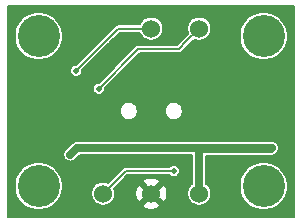
<source format=gbr>
%TF.GenerationSoftware,KiCad,Pcbnew,(5.1.7)-1*%
%TF.CreationDate,2021-02-21T14:58:14-08:00*%
%TF.ProjectId,swd-connection,7377642d-636f-46e6-9e65-6374696f6e2e,A*%
%TF.SameCoordinates,Original*%
%TF.FileFunction,Copper,L2,Bot*%
%TF.FilePolarity,Positive*%
%FSLAX46Y46*%
G04 Gerber Fmt 4.6, Leading zero omitted, Abs format (unit mm)*
G04 Created by KiCad (PCBNEW (5.1.7)-1) date 2021-02-21 14:58:14*
%MOMM*%
%LPD*%
G01*
G04 APERTURE LIST*
%TA.AperFunction,ComponentPad*%
%ADD10C,1.524000*%
%TD*%
%TA.AperFunction,ComponentPad*%
%ADD11C,3.556000*%
%TD*%
%TA.AperFunction,ViaPad*%
%ADD12C,0.508000*%
%TD*%
%TA.AperFunction,Conductor*%
%ADD13C,0.177800*%
%TD*%
%TA.AperFunction,Conductor*%
%ADD14C,0.635000*%
%TD*%
%TA.AperFunction,Conductor*%
%ADD15C,0.100000*%
%TD*%
G04 APERTURE END LIST*
D10*
%TO.P,J6,1*%
%TO.N,GND*%
X38100000Y-73660000D03*
%TD*%
D11*
%TO.P,H3,*%
%TO.N,*%
X47625000Y-60325000D03*
%TD*%
D10*
%TO.P,J1,1*%
%TO.N,VCC*%
X42164000Y-73660000D03*
%TD*%
%TO.P,J3,1*%
%TO.N,SWDIO*%
X42164000Y-59690000D03*
%TD*%
%TO.P,J4,1*%
%TO.N,SWCLK*%
X38100000Y-59690000D03*
%TD*%
%TO.P,J5,1*%
%TO.N,NRST*%
X34036000Y-73660000D03*
%TD*%
D11*
%TO.P,H1,*%
%TO.N,*%
X28575000Y-73025000D03*
%TD*%
%TO.P,H4,*%
%TO.N,*%
X47625000Y-73025000D03*
%TD*%
%TO.P,H2,*%
%TO.N,*%
X28575000Y-60325000D03*
%TD*%
D12*
%TO.N,GND*%
X33655000Y-66675000D03*
X27178000Y-70104000D03*
X33655000Y-62865000D03*
%TO.N,NRST*%
X40005000Y-71755000D03*
%TO.N,VCC*%
X31242000Y-70358000D03*
X48323000Y-69787000D03*
%TO.N,SWDIO*%
X33655000Y-64770000D03*
%TO.N,SWCLK*%
X31750000Y-63246000D03*
%TD*%
D13*
%TO.N,GND*%
X27178000Y-70104000D02*
X28448000Y-68834000D01*
X46736000Y-68834000D02*
X48260000Y-67310000D01*
X42672000Y-68834000D02*
X46736000Y-68834000D01*
X27178000Y-70104000D02*
X28702000Y-68580000D01*
X46990000Y-68580000D02*
X48260000Y-67310000D01*
X43180000Y-68580000D02*
X46990000Y-68580000D01*
X33528000Y-68453000D02*
X33655000Y-68580000D01*
X33528000Y-66548000D02*
X33528000Y-68453000D01*
X33655000Y-68580000D02*
X43180000Y-68580000D01*
X28702000Y-68580000D02*
X33655000Y-68580000D01*
X48260000Y-67310000D02*
X48260000Y-64135000D01*
%TO.N,NRST*%
X35941000Y-71755000D02*
X34036000Y-73660000D01*
X40005000Y-71755000D02*
X35941000Y-71755000D01*
%TO.N,VCC*%
X48323000Y-69787000D02*
X42101000Y-69787000D01*
X42164000Y-69978000D02*
X41973000Y-69787000D01*
X42164000Y-73660000D02*
X42164000Y-69978000D01*
D14*
X42164000Y-73660000D02*
X42164000Y-69850000D01*
X48260000Y-69850000D02*
X48323000Y-69787000D01*
X42164000Y-69850000D02*
X48260000Y-69850000D01*
X31813000Y-69787000D02*
X42100000Y-69787000D01*
D13*
X42100000Y-69787000D02*
X48323000Y-69787000D01*
X41973000Y-69787000D02*
X42100000Y-69787000D01*
D14*
X31813000Y-69787000D02*
X31242000Y-70358000D01*
X48323000Y-69787000D02*
X31813000Y-69787000D01*
D13*
%TO.N,SWDIO*%
X41084500Y-60769500D02*
X42164000Y-59690000D01*
X37020500Y-61404500D02*
X40449500Y-61404500D01*
X33655000Y-64770000D02*
X37020500Y-61404500D01*
X40449500Y-61404500D02*
X41084500Y-60769500D01*
%TO.N,SWCLK*%
X31750000Y-63246000D02*
X34290000Y-60706000D01*
X35306000Y-59690000D02*
X31750000Y-63246000D01*
X38100000Y-59690000D02*
X35306000Y-59690000D01*
%TD*%
%TO.N,GND*%
X50203100Y-75603100D02*
X25996900Y-75603100D01*
X25996900Y-72823615D01*
X26530300Y-72823615D01*
X26530300Y-73226385D01*
X26608877Y-73621417D01*
X26763011Y-73993528D01*
X26986778Y-74328420D01*
X27271580Y-74613222D01*
X27606472Y-74836989D01*
X27978583Y-74991123D01*
X28373615Y-75069700D01*
X28776385Y-75069700D01*
X29171417Y-74991123D01*
X29543528Y-74836989D01*
X29878420Y-74613222D01*
X30163222Y-74328420D01*
X30386989Y-73993528D01*
X30541123Y-73621417D01*
X30553601Y-73558682D01*
X33007300Y-73558682D01*
X33007300Y-73761318D01*
X33046833Y-73960061D01*
X33124378Y-74147272D01*
X33236957Y-74315758D01*
X33380242Y-74459043D01*
X33548728Y-74571622D01*
X33735939Y-74649167D01*
X33934682Y-74688700D01*
X34137318Y-74688700D01*
X34336061Y-74649167D01*
X34385229Y-74628801D01*
X37364685Y-74628801D01*
X37436851Y-74853632D01*
X37682460Y-74960070D01*
X37944114Y-75016548D01*
X38211759Y-75020894D01*
X38475109Y-74972942D01*
X38724043Y-74874534D01*
X38763149Y-74853632D01*
X38835315Y-74628801D01*
X38100000Y-73893487D01*
X37364685Y-74628801D01*
X34385229Y-74628801D01*
X34523272Y-74571622D01*
X34691758Y-74459043D01*
X34835043Y-74315758D01*
X34947622Y-74147272D01*
X35025167Y-73960061D01*
X35062623Y-73771759D01*
X36739106Y-73771759D01*
X36787058Y-74035109D01*
X36885466Y-74284043D01*
X36906368Y-74323149D01*
X37131199Y-74395315D01*
X37866513Y-73660000D01*
X38333487Y-73660000D01*
X39068801Y-74395315D01*
X39293632Y-74323149D01*
X39400070Y-74077540D01*
X39456548Y-73815886D01*
X39460894Y-73548241D01*
X39412942Y-73284891D01*
X39314534Y-73035957D01*
X39293632Y-72996851D01*
X39068801Y-72924685D01*
X38333487Y-73660000D01*
X37866513Y-73660000D01*
X37131199Y-72924685D01*
X36906368Y-72996851D01*
X36799930Y-73242460D01*
X36743452Y-73504114D01*
X36739106Y-73771759D01*
X35062623Y-73771759D01*
X35064700Y-73761318D01*
X35064700Y-73558682D01*
X35025167Y-73359939D01*
X34970627Y-73228267D01*
X35507695Y-72691199D01*
X37364685Y-72691199D01*
X38100000Y-73426513D01*
X38835315Y-72691199D01*
X38763149Y-72466368D01*
X38517540Y-72359930D01*
X38255886Y-72303452D01*
X37988241Y-72299106D01*
X37724891Y-72347058D01*
X37475957Y-72445466D01*
X37436851Y-72466368D01*
X37364685Y-72691199D01*
X35507695Y-72691199D01*
X36088294Y-72110600D01*
X39624219Y-72110600D01*
X39673073Y-72159454D01*
X39758356Y-72216438D01*
X39853118Y-72255689D01*
X39953716Y-72275700D01*
X40056284Y-72275700D01*
X40156882Y-72255689D01*
X40251644Y-72216438D01*
X40336927Y-72159454D01*
X40409454Y-72086927D01*
X40466438Y-72001644D01*
X40505689Y-71906882D01*
X40525700Y-71806284D01*
X40525700Y-71703716D01*
X40505689Y-71603118D01*
X40466438Y-71508356D01*
X40409454Y-71423073D01*
X40336927Y-71350546D01*
X40251644Y-71293562D01*
X40156882Y-71254311D01*
X40056284Y-71234300D01*
X39953716Y-71234300D01*
X39853118Y-71254311D01*
X39758356Y-71293562D01*
X39673073Y-71350546D01*
X39624219Y-71399400D01*
X35958455Y-71399400D01*
X35941000Y-71397681D01*
X35923544Y-71399400D01*
X35923537Y-71399400D01*
X35877566Y-71403928D01*
X35871289Y-71404546D01*
X35850956Y-71410714D01*
X35804260Y-71424879D01*
X35742484Y-71457899D01*
X35688337Y-71502337D01*
X35677206Y-71515900D01*
X34467733Y-72725373D01*
X34336061Y-72670833D01*
X34137318Y-72631300D01*
X33934682Y-72631300D01*
X33735939Y-72670833D01*
X33548728Y-72748378D01*
X33380242Y-72860957D01*
X33236957Y-73004242D01*
X33124378Y-73172728D01*
X33046833Y-73359939D01*
X33007300Y-73558682D01*
X30553601Y-73558682D01*
X30619700Y-73226385D01*
X30619700Y-72823615D01*
X30541123Y-72428583D01*
X30386989Y-72056472D01*
X30163222Y-71721580D01*
X29878420Y-71436778D01*
X29543528Y-71213011D01*
X29171417Y-71058877D01*
X28776385Y-70980300D01*
X28373615Y-70980300D01*
X27978583Y-71058877D01*
X27606472Y-71213011D01*
X27271580Y-71436778D01*
X26986778Y-71721580D01*
X26763011Y-72056472D01*
X26608877Y-72428583D01*
X26530300Y-72823615D01*
X25996900Y-72823615D01*
X25996900Y-70358000D01*
X30654975Y-70358000D01*
X30666254Y-70472523D01*
X30699659Y-70582644D01*
X30753907Y-70684133D01*
X30826910Y-70773090D01*
X30915867Y-70846093D01*
X31017356Y-70900341D01*
X31127477Y-70933746D01*
X31242000Y-70945025D01*
X31356523Y-70933746D01*
X31466644Y-70900341D01*
X31568133Y-70846093D01*
X31634803Y-70791380D01*
X32054984Y-70371200D01*
X41579801Y-70371200D01*
X41579800Y-72813143D01*
X41508242Y-72860957D01*
X41364957Y-73004242D01*
X41252378Y-73172728D01*
X41174833Y-73359939D01*
X41135300Y-73558682D01*
X41135300Y-73761318D01*
X41174833Y-73960061D01*
X41252378Y-74147272D01*
X41364957Y-74315758D01*
X41508242Y-74459043D01*
X41676728Y-74571622D01*
X41863939Y-74649167D01*
X42062682Y-74688700D01*
X42265318Y-74688700D01*
X42464061Y-74649167D01*
X42651272Y-74571622D01*
X42819758Y-74459043D01*
X42963043Y-74315758D01*
X43075622Y-74147272D01*
X43153167Y-73960061D01*
X43192700Y-73761318D01*
X43192700Y-73558682D01*
X43153167Y-73359939D01*
X43075622Y-73172728D01*
X42963043Y-73004242D01*
X42819758Y-72860957D01*
X42763873Y-72823615D01*
X45580300Y-72823615D01*
X45580300Y-73226385D01*
X45658877Y-73621417D01*
X45813011Y-73993528D01*
X46036778Y-74328420D01*
X46321580Y-74613222D01*
X46656472Y-74836989D01*
X47028583Y-74991123D01*
X47423615Y-75069700D01*
X47826385Y-75069700D01*
X48221417Y-74991123D01*
X48593528Y-74836989D01*
X48928420Y-74613222D01*
X49213222Y-74328420D01*
X49436989Y-73993528D01*
X49591123Y-73621417D01*
X49669700Y-73226385D01*
X49669700Y-72823615D01*
X49591123Y-72428583D01*
X49436989Y-72056472D01*
X49213222Y-71721580D01*
X48928420Y-71436778D01*
X48593528Y-71213011D01*
X48221417Y-71058877D01*
X47826385Y-70980300D01*
X47423615Y-70980300D01*
X47028583Y-71058877D01*
X46656472Y-71213011D01*
X46321580Y-71436778D01*
X46036778Y-71721580D01*
X45813011Y-72056472D01*
X45658877Y-72428583D01*
X45580300Y-72823615D01*
X42763873Y-72823615D01*
X42748200Y-72813143D01*
X42748200Y-70434200D01*
X48231316Y-70434200D01*
X48260000Y-70437025D01*
X48288684Y-70434200D01*
X48288692Y-70434200D01*
X48374523Y-70425746D01*
X48484645Y-70392341D01*
X48586134Y-70338094D01*
X48675090Y-70265090D01*
X48693384Y-70242799D01*
X48715797Y-70220385D01*
X48738090Y-70202090D01*
X48811094Y-70113134D01*
X48865341Y-70011645D01*
X48898746Y-69901523D01*
X48910026Y-69787000D01*
X48898746Y-69672477D01*
X48865341Y-69562355D01*
X48811094Y-69460866D01*
X48738090Y-69371910D01*
X48649134Y-69298906D01*
X48547645Y-69244659D01*
X48437523Y-69211254D01*
X48351692Y-69202800D01*
X48351681Y-69202800D01*
X48322999Y-69199975D01*
X48294318Y-69202800D01*
X31841684Y-69202800D01*
X31813000Y-69199975D01*
X31784316Y-69202800D01*
X31784308Y-69202800D01*
X31698477Y-69211254D01*
X31588355Y-69244659D01*
X31486866Y-69298906D01*
X31440187Y-69337215D01*
X31420196Y-69353620D01*
X31420195Y-69353621D01*
X31397910Y-69371910D01*
X31379622Y-69394194D01*
X30808620Y-69965197D01*
X30753907Y-70031867D01*
X30699659Y-70133356D01*
X30666254Y-70243477D01*
X30654975Y-70358000D01*
X25996900Y-70358000D01*
X25996900Y-66599487D01*
X35428300Y-66599487D01*
X35428300Y-66750513D01*
X35457764Y-66898638D01*
X35515559Y-67038169D01*
X35599465Y-67163743D01*
X35706257Y-67270535D01*
X35831831Y-67354441D01*
X35971362Y-67412236D01*
X36119487Y-67441700D01*
X36270513Y-67441700D01*
X36418638Y-67412236D01*
X36558169Y-67354441D01*
X36683743Y-67270535D01*
X36790535Y-67163743D01*
X36874441Y-67038169D01*
X36932236Y-66898638D01*
X36961700Y-66750513D01*
X36961700Y-66599487D01*
X39238300Y-66599487D01*
X39238300Y-66750513D01*
X39267764Y-66898638D01*
X39325559Y-67038169D01*
X39409465Y-67163743D01*
X39516257Y-67270535D01*
X39641831Y-67354441D01*
X39781362Y-67412236D01*
X39929487Y-67441700D01*
X40080513Y-67441700D01*
X40228638Y-67412236D01*
X40368169Y-67354441D01*
X40493743Y-67270535D01*
X40600535Y-67163743D01*
X40684441Y-67038169D01*
X40742236Y-66898638D01*
X40771700Y-66750513D01*
X40771700Y-66599487D01*
X40742236Y-66451362D01*
X40684441Y-66311831D01*
X40600535Y-66186257D01*
X40493743Y-66079465D01*
X40368169Y-65995559D01*
X40228638Y-65937764D01*
X40080513Y-65908300D01*
X39929487Y-65908300D01*
X39781362Y-65937764D01*
X39641831Y-65995559D01*
X39516257Y-66079465D01*
X39409465Y-66186257D01*
X39325559Y-66311831D01*
X39267764Y-66451362D01*
X39238300Y-66599487D01*
X36961700Y-66599487D01*
X36932236Y-66451362D01*
X36874441Y-66311831D01*
X36790535Y-66186257D01*
X36683743Y-66079465D01*
X36558169Y-65995559D01*
X36418638Y-65937764D01*
X36270513Y-65908300D01*
X36119487Y-65908300D01*
X35971362Y-65937764D01*
X35831831Y-65995559D01*
X35706257Y-66079465D01*
X35599465Y-66186257D01*
X35515559Y-66311831D01*
X35457764Y-66451362D01*
X35428300Y-66599487D01*
X25996900Y-66599487D01*
X25996900Y-64718716D01*
X33134300Y-64718716D01*
X33134300Y-64821284D01*
X33154311Y-64921882D01*
X33193562Y-65016644D01*
X33250546Y-65101927D01*
X33323073Y-65174454D01*
X33408356Y-65231438D01*
X33503118Y-65270689D01*
X33603716Y-65290700D01*
X33706284Y-65290700D01*
X33806882Y-65270689D01*
X33901644Y-65231438D01*
X33986927Y-65174454D01*
X34059454Y-65101927D01*
X34116438Y-65016644D01*
X34155689Y-64921882D01*
X34175700Y-64821284D01*
X34175700Y-64752193D01*
X37167794Y-61760100D01*
X40432045Y-61760100D01*
X40449500Y-61761819D01*
X40466955Y-61760100D01*
X40466963Y-61760100D01*
X40519210Y-61754954D01*
X40586240Y-61734621D01*
X40648016Y-61701601D01*
X40702163Y-61657163D01*
X40713299Y-61643594D01*
X41348295Y-61008599D01*
X41348299Y-61008594D01*
X41732267Y-60624627D01*
X41863939Y-60679167D01*
X42062682Y-60718700D01*
X42265318Y-60718700D01*
X42464061Y-60679167D01*
X42651272Y-60601622D01*
X42819758Y-60489043D01*
X42963043Y-60345758D01*
X43075622Y-60177272D01*
X43097847Y-60123615D01*
X45580300Y-60123615D01*
X45580300Y-60526385D01*
X45658877Y-60921417D01*
X45813011Y-61293528D01*
X46036778Y-61628420D01*
X46321580Y-61913222D01*
X46656472Y-62136989D01*
X47028583Y-62291123D01*
X47423615Y-62369700D01*
X47826385Y-62369700D01*
X48221417Y-62291123D01*
X48593528Y-62136989D01*
X48928420Y-61913222D01*
X49213222Y-61628420D01*
X49436989Y-61293528D01*
X49591123Y-60921417D01*
X49669700Y-60526385D01*
X49669700Y-60123615D01*
X49591123Y-59728583D01*
X49436989Y-59356472D01*
X49213222Y-59021580D01*
X48928420Y-58736778D01*
X48593528Y-58513011D01*
X48221417Y-58358877D01*
X47826385Y-58280300D01*
X47423615Y-58280300D01*
X47028583Y-58358877D01*
X46656472Y-58513011D01*
X46321580Y-58736778D01*
X46036778Y-59021580D01*
X45813011Y-59356472D01*
X45658877Y-59728583D01*
X45580300Y-60123615D01*
X43097847Y-60123615D01*
X43153167Y-59990061D01*
X43192700Y-59791318D01*
X43192700Y-59588682D01*
X43153167Y-59389939D01*
X43075622Y-59202728D01*
X42963043Y-59034242D01*
X42819758Y-58890957D01*
X42651272Y-58778378D01*
X42464061Y-58700833D01*
X42265318Y-58661300D01*
X42062682Y-58661300D01*
X41863939Y-58700833D01*
X41676728Y-58778378D01*
X41508242Y-58890957D01*
X41364957Y-59034242D01*
X41252378Y-59202728D01*
X41174833Y-59389939D01*
X41135300Y-59588682D01*
X41135300Y-59791318D01*
X41174833Y-59990061D01*
X41229373Y-60121733D01*
X40845406Y-60505701D01*
X40845401Y-60505705D01*
X40302207Y-61048900D01*
X37037955Y-61048900D01*
X37020500Y-61047181D01*
X37003045Y-61048900D01*
X37003037Y-61048900D01*
X36950790Y-61054046D01*
X36883760Y-61074379D01*
X36821984Y-61107399D01*
X36767837Y-61151837D01*
X36756706Y-61165400D01*
X33672807Y-64249300D01*
X33603716Y-64249300D01*
X33503118Y-64269311D01*
X33408356Y-64308562D01*
X33323073Y-64365546D01*
X33250546Y-64438073D01*
X33193562Y-64523356D01*
X33154311Y-64618118D01*
X33134300Y-64718716D01*
X25996900Y-64718716D01*
X25996900Y-63194716D01*
X31229300Y-63194716D01*
X31229300Y-63297284D01*
X31249311Y-63397882D01*
X31288562Y-63492644D01*
X31345546Y-63577927D01*
X31418073Y-63650454D01*
X31503356Y-63707438D01*
X31598118Y-63746689D01*
X31698716Y-63766700D01*
X31801284Y-63766700D01*
X31901882Y-63746689D01*
X31996644Y-63707438D01*
X32081927Y-63650454D01*
X32154454Y-63577927D01*
X32211438Y-63492644D01*
X32250689Y-63397882D01*
X32270700Y-63297284D01*
X32270700Y-63228193D01*
X34553795Y-60945100D01*
X35453295Y-60045600D01*
X37133838Y-60045600D01*
X37188378Y-60177272D01*
X37300957Y-60345758D01*
X37444242Y-60489043D01*
X37612728Y-60601622D01*
X37799939Y-60679167D01*
X37998682Y-60718700D01*
X38201318Y-60718700D01*
X38400061Y-60679167D01*
X38587272Y-60601622D01*
X38755758Y-60489043D01*
X38899043Y-60345758D01*
X39011622Y-60177272D01*
X39089167Y-59990061D01*
X39128700Y-59791318D01*
X39128700Y-59588682D01*
X39089167Y-59389939D01*
X39011622Y-59202728D01*
X38899043Y-59034242D01*
X38755758Y-58890957D01*
X38587272Y-58778378D01*
X38400061Y-58700833D01*
X38201318Y-58661300D01*
X37998682Y-58661300D01*
X37799939Y-58700833D01*
X37612728Y-58778378D01*
X37444242Y-58890957D01*
X37300957Y-59034242D01*
X37188378Y-59202728D01*
X37133838Y-59334400D01*
X35323452Y-59334400D01*
X35305999Y-59332681D01*
X35288546Y-59334400D01*
X35288537Y-59334400D01*
X35236290Y-59339546D01*
X35169260Y-59359879D01*
X35107484Y-59392899D01*
X35107482Y-59392900D01*
X35107483Y-59392900D01*
X35066900Y-59426205D01*
X35066895Y-59426210D01*
X35053337Y-59437337D01*
X35042210Y-59450895D01*
X34050900Y-60442205D01*
X32123407Y-62369700D01*
X31767807Y-62725300D01*
X31698716Y-62725300D01*
X31598118Y-62745311D01*
X31503356Y-62784562D01*
X31418073Y-62841546D01*
X31345546Y-62914073D01*
X31288562Y-62999356D01*
X31249311Y-63094118D01*
X31229300Y-63194716D01*
X25996900Y-63194716D01*
X25996900Y-60123615D01*
X26530300Y-60123615D01*
X26530300Y-60526385D01*
X26608877Y-60921417D01*
X26763011Y-61293528D01*
X26986778Y-61628420D01*
X27271580Y-61913222D01*
X27606472Y-62136989D01*
X27978583Y-62291123D01*
X28373615Y-62369700D01*
X28776385Y-62369700D01*
X29171417Y-62291123D01*
X29543528Y-62136989D01*
X29878420Y-61913222D01*
X30163222Y-61628420D01*
X30386989Y-61293528D01*
X30541123Y-60921417D01*
X30619700Y-60526385D01*
X30619700Y-60123615D01*
X30541123Y-59728583D01*
X30386989Y-59356472D01*
X30163222Y-59021580D01*
X29878420Y-58736778D01*
X29543528Y-58513011D01*
X29171417Y-58358877D01*
X28776385Y-58280300D01*
X28373615Y-58280300D01*
X27978583Y-58358877D01*
X27606472Y-58513011D01*
X27271580Y-58736778D01*
X26986778Y-59021580D01*
X26763011Y-59356472D01*
X26608877Y-59728583D01*
X26530300Y-60123615D01*
X25996900Y-60123615D01*
X25996900Y-57746900D01*
X50203100Y-57746900D01*
X50203100Y-75603100D01*
%TA.AperFunction,Conductor*%
D15*
G36*
X50203100Y-75603100D02*
G01*
X25996900Y-75603100D01*
X25996900Y-72823615D01*
X26530300Y-72823615D01*
X26530300Y-73226385D01*
X26608877Y-73621417D01*
X26763011Y-73993528D01*
X26986778Y-74328420D01*
X27271580Y-74613222D01*
X27606472Y-74836989D01*
X27978583Y-74991123D01*
X28373615Y-75069700D01*
X28776385Y-75069700D01*
X29171417Y-74991123D01*
X29543528Y-74836989D01*
X29878420Y-74613222D01*
X30163222Y-74328420D01*
X30386989Y-73993528D01*
X30541123Y-73621417D01*
X30553601Y-73558682D01*
X33007300Y-73558682D01*
X33007300Y-73761318D01*
X33046833Y-73960061D01*
X33124378Y-74147272D01*
X33236957Y-74315758D01*
X33380242Y-74459043D01*
X33548728Y-74571622D01*
X33735939Y-74649167D01*
X33934682Y-74688700D01*
X34137318Y-74688700D01*
X34336061Y-74649167D01*
X34385229Y-74628801D01*
X37364685Y-74628801D01*
X37436851Y-74853632D01*
X37682460Y-74960070D01*
X37944114Y-75016548D01*
X38211759Y-75020894D01*
X38475109Y-74972942D01*
X38724043Y-74874534D01*
X38763149Y-74853632D01*
X38835315Y-74628801D01*
X38100000Y-73893487D01*
X37364685Y-74628801D01*
X34385229Y-74628801D01*
X34523272Y-74571622D01*
X34691758Y-74459043D01*
X34835043Y-74315758D01*
X34947622Y-74147272D01*
X35025167Y-73960061D01*
X35062623Y-73771759D01*
X36739106Y-73771759D01*
X36787058Y-74035109D01*
X36885466Y-74284043D01*
X36906368Y-74323149D01*
X37131199Y-74395315D01*
X37866513Y-73660000D01*
X38333487Y-73660000D01*
X39068801Y-74395315D01*
X39293632Y-74323149D01*
X39400070Y-74077540D01*
X39456548Y-73815886D01*
X39460894Y-73548241D01*
X39412942Y-73284891D01*
X39314534Y-73035957D01*
X39293632Y-72996851D01*
X39068801Y-72924685D01*
X38333487Y-73660000D01*
X37866513Y-73660000D01*
X37131199Y-72924685D01*
X36906368Y-72996851D01*
X36799930Y-73242460D01*
X36743452Y-73504114D01*
X36739106Y-73771759D01*
X35062623Y-73771759D01*
X35064700Y-73761318D01*
X35064700Y-73558682D01*
X35025167Y-73359939D01*
X34970627Y-73228267D01*
X35507695Y-72691199D01*
X37364685Y-72691199D01*
X38100000Y-73426513D01*
X38835315Y-72691199D01*
X38763149Y-72466368D01*
X38517540Y-72359930D01*
X38255886Y-72303452D01*
X37988241Y-72299106D01*
X37724891Y-72347058D01*
X37475957Y-72445466D01*
X37436851Y-72466368D01*
X37364685Y-72691199D01*
X35507695Y-72691199D01*
X36088294Y-72110600D01*
X39624219Y-72110600D01*
X39673073Y-72159454D01*
X39758356Y-72216438D01*
X39853118Y-72255689D01*
X39953716Y-72275700D01*
X40056284Y-72275700D01*
X40156882Y-72255689D01*
X40251644Y-72216438D01*
X40336927Y-72159454D01*
X40409454Y-72086927D01*
X40466438Y-72001644D01*
X40505689Y-71906882D01*
X40525700Y-71806284D01*
X40525700Y-71703716D01*
X40505689Y-71603118D01*
X40466438Y-71508356D01*
X40409454Y-71423073D01*
X40336927Y-71350546D01*
X40251644Y-71293562D01*
X40156882Y-71254311D01*
X40056284Y-71234300D01*
X39953716Y-71234300D01*
X39853118Y-71254311D01*
X39758356Y-71293562D01*
X39673073Y-71350546D01*
X39624219Y-71399400D01*
X35958455Y-71399400D01*
X35941000Y-71397681D01*
X35923544Y-71399400D01*
X35923537Y-71399400D01*
X35877566Y-71403928D01*
X35871289Y-71404546D01*
X35850956Y-71410714D01*
X35804260Y-71424879D01*
X35742484Y-71457899D01*
X35688337Y-71502337D01*
X35677206Y-71515900D01*
X34467733Y-72725373D01*
X34336061Y-72670833D01*
X34137318Y-72631300D01*
X33934682Y-72631300D01*
X33735939Y-72670833D01*
X33548728Y-72748378D01*
X33380242Y-72860957D01*
X33236957Y-73004242D01*
X33124378Y-73172728D01*
X33046833Y-73359939D01*
X33007300Y-73558682D01*
X30553601Y-73558682D01*
X30619700Y-73226385D01*
X30619700Y-72823615D01*
X30541123Y-72428583D01*
X30386989Y-72056472D01*
X30163222Y-71721580D01*
X29878420Y-71436778D01*
X29543528Y-71213011D01*
X29171417Y-71058877D01*
X28776385Y-70980300D01*
X28373615Y-70980300D01*
X27978583Y-71058877D01*
X27606472Y-71213011D01*
X27271580Y-71436778D01*
X26986778Y-71721580D01*
X26763011Y-72056472D01*
X26608877Y-72428583D01*
X26530300Y-72823615D01*
X25996900Y-72823615D01*
X25996900Y-70358000D01*
X30654975Y-70358000D01*
X30666254Y-70472523D01*
X30699659Y-70582644D01*
X30753907Y-70684133D01*
X30826910Y-70773090D01*
X30915867Y-70846093D01*
X31017356Y-70900341D01*
X31127477Y-70933746D01*
X31242000Y-70945025D01*
X31356523Y-70933746D01*
X31466644Y-70900341D01*
X31568133Y-70846093D01*
X31634803Y-70791380D01*
X32054984Y-70371200D01*
X41579801Y-70371200D01*
X41579800Y-72813143D01*
X41508242Y-72860957D01*
X41364957Y-73004242D01*
X41252378Y-73172728D01*
X41174833Y-73359939D01*
X41135300Y-73558682D01*
X41135300Y-73761318D01*
X41174833Y-73960061D01*
X41252378Y-74147272D01*
X41364957Y-74315758D01*
X41508242Y-74459043D01*
X41676728Y-74571622D01*
X41863939Y-74649167D01*
X42062682Y-74688700D01*
X42265318Y-74688700D01*
X42464061Y-74649167D01*
X42651272Y-74571622D01*
X42819758Y-74459043D01*
X42963043Y-74315758D01*
X43075622Y-74147272D01*
X43153167Y-73960061D01*
X43192700Y-73761318D01*
X43192700Y-73558682D01*
X43153167Y-73359939D01*
X43075622Y-73172728D01*
X42963043Y-73004242D01*
X42819758Y-72860957D01*
X42763873Y-72823615D01*
X45580300Y-72823615D01*
X45580300Y-73226385D01*
X45658877Y-73621417D01*
X45813011Y-73993528D01*
X46036778Y-74328420D01*
X46321580Y-74613222D01*
X46656472Y-74836989D01*
X47028583Y-74991123D01*
X47423615Y-75069700D01*
X47826385Y-75069700D01*
X48221417Y-74991123D01*
X48593528Y-74836989D01*
X48928420Y-74613222D01*
X49213222Y-74328420D01*
X49436989Y-73993528D01*
X49591123Y-73621417D01*
X49669700Y-73226385D01*
X49669700Y-72823615D01*
X49591123Y-72428583D01*
X49436989Y-72056472D01*
X49213222Y-71721580D01*
X48928420Y-71436778D01*
X48593528Y-71213011D01*
X48221417Y-71058877D01*
X47826385Y-70980300D01*
X47423615Y-70980300D01*
X47028583Y-71058877D01*
X46656472Y-71213011D01*
X46321580Y-71436778D01*
X46036778Y-71721580D01*
X45813011Y-72056472D01*
X45658877Y-72428583D01*
X45580300Y-72823615D01*
X42763873Y-72823615D01*
X42748200Y-72813143D01*
X42748200Y-70434200D01*
X48231316Y-70434200D01*
X48260000Y-70437025D01*
X48288684Y-70434200D01*
X48288692Y-70434200D01*
X48374523Y-70425746D01*
X48484645Y-70392341D01*
X48586134Y-70338094D01*
X48675090Y-70265090D01*
X48693384Y-70242799D01*
X48715797Y-70220385D01*
X48738090Y-70202090D01*
X48811094Y-70113134D01*
X48865341Y-70011645D01*
X48898746Y-69901523D01*
X48910026Y-69787000D01*
X48898746Y-69672477D01*
X48865341Y-69562355D01*
X48811094Y-69460866D01*
X48738090Y-69371910D01*
X48649134Y-69298906D01*
X48547645Y-69244659D01*
X48437523Y-69211254D01*
X48351692Y-69202800D01*
X48351681Y-69202800D01*
X48322999Y-69199975D01*
X48294318Y-69202800D01*
X31841684Y-69202800D01*
X31813000Y-69199975D01*
X31784316Y-69202800D01*
X31784308Y-69202800D01*
X31698477Y-69211254D01*
X31588355Y-69244659D01*
X31486866Y-69298906D01*
X31440187Y-69337215D01*
X31420196Y-69353620D01*
X31420195Y-69353621D01*
X31397910Y-69371910D01*
X31379622Y-69394194D01*
X30808620Y-69965197D01*
X30753907Y-70031867D01*
X30699659Y-70133356D01*
X30666254Y-70243477D01*
X30654975Y-70358000D01*
X25996900Y-70358000D01*
X25996900Y-66599487D01*
X35428300Y-66599487D01*
X35428300Y-66750513D01*
X35457764Y-66898638D01*
X35515559Y-67038169D01*
X35599465Y-67163743D01*
X35706257Y-67270535D01*
X35831831Y-67354441D01*
X35971362Y-67412236D01*
X36119487Y-67441700D01*
X36270513Y-67441700D01*
X36418638Y-67412236D01*
X36558169Y-67354441D01*
X36683743Y-67270535D01*
X36790535Y-67163743D01*
X36874441Y-67038169D01*
X36932236Y-66898638D01*
X36961700Y-66750513D01*
X36961700Y-66599487D01*
X39238300Y-66599487D01*
X39238300Y-66750513D01*
X39267764Y-66898638D01*
X39325559Y-67038169D01*
X39409465Y-67163743D01*
X39516257Y-67270535D01*
X39641831Y-67354441D01*
X39781362Y-67412236D01*
X39929487Y-67441700D01*
X40080513Y-67441700D01*
X40228638Y-67412236D01*
X40368169Y-67354441D01*
X40493743Y-67270535D01*
X40600535Y-67163743D01*
X40684441Y-67038169D01*
X40742236Y-66898638D01*
X40771700Y-66750513D01*
X40771700Y-66599487D01*
X40742236Y-66451362D01*
X40684441Y-66311831D01*
X40600535Y-66186257D01*
X40493743Y-66079465D01*
X40368169Y-65995559D01*
X40228638Y-65937764D01*
X40080513Y-65908300D01*
X39929487Y-65908300D01*
X39781362Y-65937764D01*
X39641831Y-65995559D01*
X39516257Y-66079465D01*
X39409465Y-66186257D01*
X39325559Y-66311831D01*
X39267764Y-66451362D01*
X39238300Y-66599487D01*
X36961700Y-66599487D01*
X36932236Y-66451362D01*
X36874441Y-66311831D01*
X36790535Y-66186257D01*
X36683743Y-66079465D01*
X36558169Y-65995559D01*
X36418638Y-65937764D01*
X36270513Y-65908300D01*
X36119487Y-65908300D01*
X35971362Y-65937764D01*
X35831831Y-65995559D01*
X35706257Y-66079465D01*
X35599465Y-66186257D01*
X35515559Y-66311831D01*
X35457764Y-66451362D01*
X35428300Y-66599487D01*
X25996900Y-66599487D01*
X25996900Y-64718716D01*
X33134300Y-64718716D01*
X33134300Y-64821284D01*
X33154311Y-64921882D01*
X33193562Y-65016644D01*
X33250546Y-65101927D01*
X33323073Y-65174454D01*
X33408356Y-65231438D01*
X33503118Y-65270689D01*
X33603716Y-65290700D01*
X33706284Y-65290700D01*
X33806882Y-65270689D01*
X33901644Y-65231438D01*
X33986927Y-65174454D01*
X34059454Y-65101927D01*
X34116438Y-65016644D01*
X34155689Y-64921882D01*
X34175700Y-64821284D01*
X34175700Y-64752193D01*
X37167794Y-61760100D01*
X40432045Y-61760100D01*
X40449500Y-61761819D01*
X40466955Y-61760100D01*
X40466963Y-61760100D01*
X40519210Y-61754954D01*
X40586240Y-61734621D01*
X40648016Y-61701601D01*
X40702163Y-61657163D01*
X40713299Y-61643594D01*
X41348295Y-61008599D01*
X41348299Y-61008594D01*
X41732267Y-60624627D01*
X41863939Y-60679167D01*
X42062682Y-60718700D01*
X42265318Y-60718700D01*
X42464061Y-60679167D01*
X42651272Y-60601622D01*
X42819758Y-60489043D01*
X42963043Y-60345758D01*
X43075622Y-60177272D01*
X43097847Y-60123615D01*
X45580300Y-60123615D01*
X45580300Y-60526385D01*
X45658877Y-60921417D01*
X45813011Y-61293528D01*
X46036778Y-61628420D01*
X46321580Y-61913222D01*
X46656472Y-62136989D01*
X47028583Y-62291123D01*
X47423615Y-62369700D01*
X47826385Y-62369700D01*
X48221417Y-62291123D01*
X48593528Y-62136989D01*
X48928420Y-61913222D01*
X49213222Y-61628420D01*
X49436989Y-61293528D01*
X49591123Y-60921417D01*
X49669700Y-60526385D01*
X49669700Y-60123615D01*
X49591123Y-59728583D01*
X49436989Y-59356472D01*
X49213222Y-59021580D01*
X48928420Y-58736778D01*
X48593528Y-58513011D01*
X48221417Y-58358877D01*
X47826385Y-58280300D01*
X47423615Y-58280300D01*
X47028583Y-58358877D01*
X46656472Y-58513011D01*
X46321580Y-58736778D01*
X46036778Y-59021580D01*
X45813011Y-59356472D01*
X45658877Y-59728583D01*
X45580300Y-60123615D01*
X43097847Y-60123615D01*
X43153167Y-59990061D01*
X43192700Y-59791318D01*
X43192700Y-59588682D01*
X43153167Y-59389939D01*
X43075622Y-59202728D01*
X42963043Y-59034242D01*
X42819758Y-58890957D01*
X42651272Y-58778378D01*
X42464061Y-58700833D01*
X42265318Y-58661300D01*
X42062682Y-58661300D01*
X41863939Y-58700833D01*
X41676728Y-58778378D01*
X41508242Y-58890957D01*
X41364957Y-59034242D01*
X41252378Y-59202728D01*
X41174833Y-59389939D01*
X41135300Y-59588682D01*
X41135300Y-59791318D01*
X41174833Y-59990061D01*
X41229373Y-60121733D01*
X40845406Y-60505701D01*
X40845401Y-60505705D01*
X40302207Y-61048900D01*
X37037955Y-61048900D01*
X37020500Y-61047181D01*
X37003045Y-61048900D01*
X37003037Y-61048900D01*
X36950790Y-61054046D01*
X36883760Y-61074379D01*
X36821984Y-61107399D01*
X36767837Y-61151837D01*
X36756706Y-61165400D01*
X33672807Y-64249300D01*
X33603716Y-64249300D01*
X33503118Y-64269311D01*
X33408356Y-64308562D01*
X33323073Y-64365546D01*
X33250546Y-64438073D01*
X33193562Y-64523356D01*
X33154311Y-64618118D01*
X33134300Y-64718716D01*
X25996900Y-64718716D01*
X25996900Y-63194716D01*
X31229300Y-63194716D01*
X31229300Y-63297284D01*
X31249311Y-63397882D01*
X31288562Y-63492644D01*
X31345546Y-63577927D01*
X31418073Y-63650454D01*
X31503356Y-63707438D01*
X31598118Y-63746689D01*
X31698716Y-63766700D01*
X31801284Y-63766700D01*
X31901882Y-63746689D01*
X31996644Y-63707438D01*
X32081927Y-63650454D01*
X32154454Y-63577927D01*
X32211438Y-63492644D01*
X32250689Y-63397882D01*
X32270700Y-63297284D01*
X32270700Y-63228193D01*
X34553795Y-60945100D01*
X35453295Y-60045600D01*
X37133838Y-60045600D01*
X37188378Y-60177272D01*
X37300957Y-60345758D01*
X37444242Y-60489043D01*
X37612728Y-60601622D01*
X37799939Y-60679167D01*
X37998682Y-60718700D01*
X38201318Y-60718700D01*
X38400061Y-60679167D01*
X38587272Y-60601622D01*
X38755758Y-60489043D01*
X38899043Y-60345758D01*
X39011622Y-60177272D01*
X39089167Y-59990061D01*
X39128700Y-59791318D01*
X39128700Y-59588682D01*
X39089167Y-59389939D01*
X39011622Y-59202728D01*
X38899043Y-59034242D01*
X38755758Y-58890957D01*
X38587272Y-58778378D01*
X38400061Y-58700833D01*
X38201318Y-58661300D01*
X37998682Y-58661300D01*
X37799939Y-58700833D01*
X37612728Y-58778378D01*
X37444242Y-58890957D01*
X37300957Y-59034242D01*
X37188378Y-59202728D01*
X37133838Y-59334400D01*
X35323452Y-59334400D01*
X35305999Y-59332681D01*
X35288546Y-59334400D01*
X35288537Y-59334400D01*
X35236290Y-59339546D01*
X35169260Y-59359879D01*
X35107484Y-59392899D01*
X35107482Y-59392900D01*
X35107483Y-59392900D01*
X35066900Y-59426205D01*
X35066895Y-59426210D01*
X35053337Y-59437337D01*
X35042210Y-59450895D01*
X34050900Y-60442205D01*
X32123407Y-62369700D01*
X31767807Y-62725300D01*
X31698716Y-62725300D01*
X31598118Y-62745311D01*
X31503356Y-62784562D01*
X31418073Y-62841546D01*
X31345546Y-62914073D01*
X31288562Y-62999356D01*
X31249311Y-63094118D01*
X31229300Y-63194716D01*
X25996900Y-63194716D01*
X25996900Y-60123615D01*
X26530300Y-60123615D01*
X26530300Y-60526385D01*
X26608877Y-60921417D01*
X26763011Y-61293528D01*
X26986778Y-61628420D01*
X27271580Y-61913222D01*
X27606472Y-62136989D01*
X27978583Y-62291123D01*
X28373615Y-62369700D01*
X28776385Y-62369700D01*
X29171417Y-62291123D01*
X29543528Y-62136989D01*
X29878420Y-61913222D01*
X30163222Y-61628420D01*
X30386989Y-61293528D01*
X30541123Y-60921417D01*
X30619700Y-60526385D01*
X30619700Y-60123615D01*
X30541123Y-59728583D01*
X30386989Y-59356472D01*
X30163222Y-59021580D01*
X29878420Y-58736778D01*
X29543528Y-58513011D01*
X29171417Y-58358877D01*
X28776385Y-58280300D01*
X28373615Y-58280300D01*
X27978583Y-58358877D01*
X27606472Y-58513011D01*
X27271580Y-58736778D01*
X26986778Y-59021580D01*
X26763011Y-59356472D01*
X26608877Y-59728583D01*
X26530300Y-60123615D01*
X25996900Y-60123615D01*
X25996900Y-57746900D01*
X50203100Y-57746900D01*
X50203100Y-75603100D01*
G37*
%TD.AperFunction*%
%TD*%
M02*

</source>
